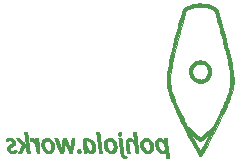
<source format=gbo>
G04 #@! TF.GenerationSoftware,KiCad,Pcbnew,(5.1.5-0-10_14)*
G04 #@! TF.CreationDate,2020-10-11T12:28:21+03:00*
G04 #@! TF.ProjectId,LogiMech,4c6f6769-4d65-4636-982e-6b696361645f,rev?*
G04 #@! TF.SameCoordinates,Original*
G04 #@! TF.FileFunction,Legend,Bot*
G04 #@! TF.FilePolarity,Positive*
%FSLAX46Y46*%
G04 Gerber Fmt 4.6, Leading zero omitted, Abs format (unit mm)*
G04 Created by KiCad (PCBNEW (5.1.5-0-10_14)) date 2020-10-11 12:28:21*
%MOMM*%
%LPD*%
G04 APERTURE LIST*
%ADD10C,0.010000*%
G04 APERTURE END LIST*
D10*
G36*
X131257235Y-102638487D02*
G01*
X131202381Y-102687896D01*
X131169127Y-102755485D01*
X131164000Y-102794598D01*
X131181362Y-102868894D01*
X131226414Y-102923191D01*
X131288610Y-102953043D01*
X131357401Y-102954006D01*
X131422239Y-102921633D01*
X131435478Y-102909011D01*
X131471938Y-102844332D01*
X131476784Y-102772068D01*
X131454348Y-102703352D01*
X131408962Y-102649318D01*
X131344959Y-102621100D01*
X131322750Y-102619333D01*
X131257235Y-102638487D01*
G37*
X131257235Y-102638487D02*
X131202381Y-102687896D01*
X131169127Y-102755485D01*
X131164000Y-102794598D01*
X131181362Y-102868894D01*
X131226414Y-102923191D01*
X131288610Y-102953043D01*
X131357401Y-102954006D01*
X131422239Y-102921633D01*
X131435478Y-102909011D01*
X131471938Y-102844332D01*
X131476784Y-102772068D01*
X131454348Y-102703352D01*
X131408962Y-102649318D01*
X131344959Y-102621100D01*
X131322750Y-102619333D01*
X131257235Y-102638487D01*
G36*
X123295232Y-102601826D02*
G01*
X123254673Y-102613201D01*
X123247797Y-102624625D01*
X123250410Y-102652352D01*
X123257674Y-102715876D01*
X123268840Y-102809005D01*
X123283158Y-102925550D01*
X123299881Y-103059320D01*
X123311167Y-103148500D01*
X123328921Y-103288234D01*
X123344760Y-103413074D01*
X123357947Y-103517195D01*
X123367744Y-103594768D01*
X123373414Y-103639967D01*
X123374537Y-103649227D01*
X123357562Y-103647494D01*
X123335674Y-103642340D01*
X123307706Y-103624329D01*
X123256453Y-103581444D01*
X123188086Y-103519215D01*
X123108778Y-103443172D01*
X123066160Y-103400905D01*
X122835639Y-103169667D01*
X122560361Y-103169667D01*
X122830709Y-103440615D01*
X123101056Y-103711564D01*
X122970255Y-103932740D01*
X122910979Y-104032826D01*
X122851753Y-104132580D01*
X122800236Y-104219117D01*
X122769620Y-104270333D01*
X122699786Y-104386750D01*
X122817898Y-104393185D01*
X122888130Y-104395012D01*
X122942745Y-104392847D01*
X122962854Y-104389319D01*
X122982618Y-104368358D01*
X123019263Y-104317437D01*
X123068347Y-104243166D01*
X123125431Y-104152157D01*
X123155593Y-104102426D01*
X123227195Y-103986871D01*
X123285722Y-103900373D01*
X123329124Y-103845761D01*
X123355348Y-103825867D01*
X123356047Y-103825833D01*
X123373372Y-103833617D01*
X123387222Y-103861519D01*
X123399571Y-103916358D01*
X123412395Y-104004959D01*
X123415787Y-104032208D01*
X123428113Y-104131370D01*
X123439996Y-104223780D01*
X123449593Y-104295221D01*
X123452856Y-104317958D01*
X123464744Y-104397333D01*
X123717055Y-104397333D01*
X123704423Y-104317958D01*
X123698973Y-104278603D01*
X123689489Y-104204616D01*
X123676638Y-104101558D01*
X123661083Y-103974993D01*
X123643490Y-103830481D01*
X123624525Y-103673585D01*
X123604852Y-103509866D01*
X123585136Y-103344885D01*
X123566042Y-103184205D01*
X123548235Y-103033387D01*
X123532381Y-102897994D01*
X123519145Y-102783586D01*
X123509191Y-102695725D01*
X123503184Y-102639974D01*
X123501667Y-102622342D01*
X123481358Y-102607459D01*
X123422974Y-102599414D01*
X123374667Y-102598167D01*
X123295232Y-102601826D01*
G37*
X123295232Y-102601826D02*
X123254673Y-102613201D01*
X123247797Y-102624625D01*
X123250410Y-102652352D01*
X123257674Y-102715876D01*
X123268840Y-102809005D01*
X123283158Y-102925550D01*
X123299881Y-103059320D01*
X123311167Y-103148500D01*
X123328921Y-103288234D01*
X123344760Y-103413074D01*
X123357947Y-103517195D01*
X123367744Y-103594768D01*
X123373414Y-103639967D01*
X123374537Y-103649227D01*
X123357562Y-103647494D01*
X123335674Y-103642340D01*
X123307706Y-103624329D01*
X123256453Y-103581444D01*
X123188086Y-103519215D01*
X123108778Y-103443172D01*
X123066160Y-103400905D01*
X122835639Y-103169667D01*
X122560361Y-103169667D01*
X122830709Y-103440615D01*
X123101056Y-103711564D01*
X122970255Y-103932740D01*
X122910979Y-104032826D01*
X122851753Y-104132580D01*
X122800236Y-104219117D01*
X122769620Y-104270333D01*
X122699786Y-104386750D01*
X122817898Y-104393185D01*
X122888130Y-104395012D01*
X122942745Y-104392847D01*
X122962854Y-104389319D01*
X122982618Y-104368358D01*
X123019263Y-104317437D01*
X123068347Y-104243166D01*
X123125431Y-104152157D01*
X123155593Y-104102426D01*
X123227195Y-103986871D01*
X123285722Y-103900373D01*
X123329124Y-103845761D01*
X123355348Y-103825867D01*
X123356047Y-103825833D01*
X123373372Y-103833617D01*
X123387222Y-103861519D01*
X123399571Y-103916358D01*
X123412395Y-104004959D01*
X123415787Y-104032208D01*
X123428113Y-104131370D01*
X123439996Y-104223780D01*
X123449593Y-104295221D01*
X123452856Y-104317958D01*
X123464744Y-104397333D01*
X123717055Y-104397333D01*
X123704423Y-104317958D01*
X123698973Y-104278603D01*
X123689489Y-104204616D01*
X123676638Y-104101558D01*
X123661083Y-103974993D01*
X123643490Y-103830481D01*
X123624525Y-103673585D01*
X123604852Y-103509866D01*
X123585136Y-103344885D01*
X123566042Y-103184205D01*
X123548235Y-103033387D01*
X123532381Y-102897994D01*
X123519145Y-102783586D01*
X123509191Y-102695725D01*
X123503184Y-102639974D01*
X123501667Y-102622342D01*
X123481358Y-102607459D01*
X123422974Y-102599414D01*
X123374667Y-102598167D01*
X123295232Y-102601826D01*
G36*
X123773078Y-103157192D02*
G01*
X123746690Y-103186029D01*
X123740175Y-103242648D01*
X123745227Y-103301069D01*
X123759720Y-103417063D01*
X123860146Y-103407413D01*
X123921005Y-103404312D01*
X123963986Y-103413992D01*
X124006328Y-103443155D01*
X124045605Y-103479507D01*
X124104532Y-103547824D01*
X124152255Y-103631491D01*
X124190885Y-103736711D01*
X124222533Y-103869683D01*
X124249309Y-104036611D01*
X124257755Y-104102831D01*
X124293399Y-104397333D01*
X124416116Y-104397333D01*
X124494768Y-104393333D01*
X124533954Y-104381026D01*
X124539453Y-104370875D01*
X124537252Y-104343655D01*
X124530729Y-104280036D01*
X124520505Y-104185660D01*
X124507203Y-104066172D01*
X124491445Y-103927214D01*
X124473851Y-103774431D01*
X124471721Y-103756082D01*
X124403369Y-103167748D01*
X124296476Y-103173999D01*
X124189584Y-103180250D01*
X124193514Y-103442000D01*
X124136209Y-103364042D01*
X124041006Y-103254536D01*
X123944992Y-103182736D01*
X123850870Y-103150500D01*
X123823081Y-103148824D01*
X123773078Y-103157192D01*
G37*
X123773078Y-103157192D02*
X123746690Y-103186029D01*
X123740175Y-103242648D01*
X123745227Y-103301069D01*
X123759720Y-103417063D01*
X123860146Y-103407413D01*
X123921005Y-103404312D01*
X123963986Y-103413992D01*
X124006328Y-103443155D01*
X124045605Y-103479507D01*
X124104532Y-103547824D01*
X124152255Y-103631491D01*
X124190885Y-103736711D01*
X124222533Y-103869683D01*
X124249309Y-104036611D01*
X124257755Y-104102831D01*
X124293399Y-104397333D01*
X124416116Y-104397333D01*
X124494768Y-104393333D01*
X124533954Y-104381026D01*
X124539453Y-104370875D01*
X124537252Y-104343655D01*
X124530729Y-104280036D01*
X124520505Y-104185660D01*
X124507203Y-104066172D01*
X124491445Y-103927214D01*
X124473851Y-103774431D01*
X124471721Y-103756082D01*
X124403369Y-103167748D01*
X124296476Y-103173999D01*
X124189584Y-103180250D01*
X124193514Y-103442000D01*
X124136209Y-103364042D01*
X124041006Y-103254536D01*
X123944992Y-103182736D01*
X123850870Y-103150500D01*
X123823081Y-103148824D01*
X123773078Y-103157192D01*
G36*
X127320030Y-103174155D02*
G01*
X127276506Y-103186566D01*
X127262569Y-103199098D01*
X127256304Y-103228345D01*
X127245447Y-103292668D01*
X127231062Y-103385186D01*
X127214214Y-103499021D01*
X127195968Y-103627293D01*
X127193056Y-103648225D01*
X127175122Y-103774160D01*
X127158732Y-103882964D01*
X127144848Y-103968762D01*
X127134430Y-104025675D01*
X127128439Y-104047825D01*
X127127800Y-104047419D01*
X127117841Y-104022624D01*
X127093937Y-103964790D01*
X127058579Y-103879891D01*
X127014256Y-103773899D01*
X126963459Y-103652788D01*
X126942782Y-103603583D01*
X126764801Y-103180250D01*
X126539084Y-103180250D01*
X126471995Y-103571833D01*
X126450446Y-103700827D01*
X126431522Y-103820219D01*
X126416437Y-103921846D01*
X126406408Y-103997543D01*
X126402683Y-104037500D01*
X126400297Y-104071235D01*
X126394025Y-104077594D01*
X126381044Y-104052748D01*
X126358531Y-103992871D01*
X126348050Y-103963417D01*
X126321500Y-103890179D01*
X126283890Y-103788862D01*
X126239488Y-103670847D01*
X126192561Y-103547517D01*
X126173463Y-103497750D01*
X126051287Y-103180250D01*
X125930060Y-103173902D01*
X125864867Y-103171800D01*
X125820860Y-103172893D01*
X125808834Y-103175859D01*
X125816710Y-103196700D01*
X125839016Y-103251770D01*
X125873771Y-103336277D01*
X125918992Y-103445429D01*
X125972698Y-103574434D01*
X126032905Y-103718498D01*
X126060960Y-103785457D01*
X126313085Y-104386750D01*
X126429475Y-104393041D01*
X126469194Y-104396430D01*
X126499223Y-104398345D01*
X126521786Y-104393757D01*
X126539104Y-104377637D01*
X126553401Y-104344956D01*
X126566899Y-104290684D01*
X126581822Y-104209792D01*
X126600392Y-104097250D01*
X126624034Y-103952833D01*
X126643758Y-103837307D01*
X126662341Y-103734509D01*
X126678222Y-103652646D01*
X126689837Y-103599923D01*
X126693804Y-103586415D01*
X126704449Y-103584754D01*
X126724712Y-103612543D01*
X126755792Y-103672143D01*
X126798886Y-103765920D01*
X126855194Y-103896237D01*
X126876286Y-103946248D01*
X126927976Y-104068339D01*
X126975192Y-104177920D01*
X127015144Y-104268667D01*
X127045037Y-104334254D01*
X127062080Y-104368353D01*
X127063729Y-104370875D01*
X127095980Y-104386695D01*
X127154824Y-104396087D01*
X127187923Y-104397333D01*
X127257863Y-104392023D01*
X127296247Y-104377301D01*
X127300612Y-104370875D01*
X127306720Y-104342631D01*
X127318591Y-104279490D01*
X127335078Y-104188153D01*
X127355031Y-104075321D01*
X127377300Y-103947695D01*
X127400736Y-103811974D01*
X127424191Y-103674861D01*
X127446513Y-103543056D01*
X127466555Y-103423260D01*
X127483167Y-103322173D01*
X127495200Y-103246496D01*
X127501504Y-103202930D01*
X127502167Y-103195746D01*
X127483712Y-103179268D01*
X127437776Y-103170309D01*
X127378501Y-103168671D01*
X127320030Y-103174155D01*
G37*
X127320030Y-103174155D02*
X127276506Y-103186566D01*
X127262569Y-103199098D01*
X127256304Y-103228345D01*
X127245447Y-103292668D01*
X127231062Y-103385186D01*
X127214214Y-103499021D01*
X127195968Y-103627293D01*
X127193056Y-103648225D01*
X127175122Y-103774160D01*
X127158732Y-103882964D01*
X127144848Y-103968762D01*
X127134430Y-104025675D01*
X127128439Y-104047825D01*
X127127800Y-104047419D01*
X127117841Y-104022624D01*
X127093937Y-103964790D01*
X127058579Y-103879891D01*
X127014256Y-103773899D01*
X126963459Y-103652788D01*
X126942782Y-103603583D01*
X126764801Y-103180250D01*
X126539084Y-103180250D01*
X126471995Y-103571833D01*
X126450446Y-103700827D01*
X126431522Y-103820219D01*
X126416437Y-103921846D01*
X126406408Y-103997543D01*
X126402683Y-104037500D01*
X126400297Y-104071235D01*
X126394025Y-104077594D01*
X126381044Y-104052748D01*
X126358531Y-103992871D01*
X126348050Y-103963417D01*
X126321500Y-103890179D01*
X126283890Y-103788862D01*
X126239488Y-103670847D01*
X126192561Y-103547517D01*
X126173463Y-103497750D01*
X126051287Y-103180250D01*
X125930060Y-103173902D01*
X125864867Y-103171800D01*
X125820860Y-103172893D01*
X125808834Y-103175859D01*
X125816710Y-103196700D01*
X125839016Y-103251770D01*
X125873771Y-103336277D01*
X125918992Y-103445429D01*
X125972698Y-103574434D01*
X126032905Y-103718498D01*
X126060960Y-103785457D01*
X126313085Y-104386750D01*
X126429475Y-104393041D01*
X126469194Y-104396430D01*
X126499223Y-104398345D01*
X126521786Y-104393757D01*
X126539104Y-104377637D01*
X126553401Y-104344956D01*
X126566899Y-104290684D01*
X126581822Y-104209792D01*
X126600392Y-104097250D01*
X126624034Y-103952833D01*
X126643758Y-103837307D01*
X126662341Y-103734509D01*
X126678222Y-103652646D01*
X126689837Y-103599923D01*
X126693804Y-103586415D01*
X126704449Y-103584754D01*
X126724712Y-103612543D01*
X126755792Y-103672143D01*
X126798886Y-103765920D01*
X126855194Y-103896237D01*
X126876286Y-103946248D01*
X126927976Y-104068339D01*
X126975192Y-104177920D01*
X127015144Y-104268667D01*
X127045037Y-104334254D01*
X127062080Y-104368353D01*
X127063729Y-104370875D01*
X127095980Y-104386695D01*
X127154824Y-104396087D01*
X127187923Y-104397333D01*
X127257863Y-104392023D01*
X127296247Y-104377301D01*
X127300612Y-104370875D01*
X127306720Y-104342631D01*
X127318591Y-104279490D01*
X127335078Y-104188153D01*
X127355031Y-104075321D01*
X127377300Y-103947695D01*
X127400736Y-103811974D01*
X127424191Y-103674861D01*
X127446513Y-103543056D01*
X127466555Y-103423260D01*
X127483167Y-103322173D01*
X127495200Y-103246496D01*
X127501504Y-103202930D01*
X127502167Y-103195746D01*
X127483712Y-103179268D01*
X127437776Y-103170309D01*
X127378501Y-103168671D01*
X127320030Y-103174155D01*
G36*
X129396908Y-102599182D02*
G01*
X129359758Y-102604659D01*
X129346994Y-102618240D01*
X129349647Y-102643567D01*
X129350160Y-102645791D01*
X129355026Y-102676710D01*
X129364254Y-102744914D01*
X129377247Y-102845649D01*
X129393409Y-102974156D01*
X129412144Y-103125681D01*
X129432855Y-103295468D01*
X129454947Y-103478759D01*
X129462914Y-103545375D01*
X129564586Y-104397333D01*
X129686960Y-104397333D01*
X129756558Y-104395552D01*
X129793595Y-104388079D01*
X129807768Y-104371720D01*
X129809334Y-104357019D01*
X129806860Y-104327764D01*
X129799887Y-104262125D01*
X129789088Y-104165738D01*
X129775138Y-104044235D01*
X129758708Y-103903249D01*
X129740472Y-103748414D01*
X129721104Y-103585364D01*
X129701277Y-103419732D01*
X129681664Y-103257152D01*
X129662939Y-103103256D01*
X129645775Y-102963679D01*
X129630845Y-102844053D01*
X129618822Y-102750013D01*
X129610380Y-102687191D01*
X129607336Y-102666958D01*
X129599287Y-102629028D01*
X129584226Y-102608469D01*
X129551331Y-102599961D01*
X129489779Y-102598183D01*
X129467413Y-102598167D01*
X129396908Y-102599182D01*
G37*
X129396908Y-102599182D02*
X129359758Y-102604659D01*
X129346994Y-102618240D01*
X129349647Y-102643567D01*
X129350160Y-102645791D01*
X129355026Y-102676710D01*
X129364254Y-102744914D01*
X129377247Y-102845649D01*
X129393409Y-102974156D01*
X129412144Y-103125681D01*
X129432855Y-103295468D01*
X129454947Y-103478759D01*
X129462914Y-103545375D01*
X129564586Y-104397333D01*
X129686960Y-104397333D01*
X129756558Y-104395552D01*
X129793595Y-104388079D01*
X129807768Y-104371720D01*
X129809334Y-104357019D01*
X129806860Y-104327764D01*
X129799887Y-104262125D01*
X129789088Y-104165738D01*
X129775138Y-104044235D01*
X129758708Y-103903249D01*
X129740472Y-103748414D01*
X129721104Y-103585364D01*
X129701277Y-103419732D01*
X129681664Y-103257152D01*
X129662939Y-103103256D01*
X129645775Y-102963679D01*
X129630845Y-102844053D01*
X129618822Y-102750013D01*
X129610380Y-102687191D01*
X129607336Y-102666958D01*
X129599287Y-102629028D01*
X129584226Y-102608469D01*
X129551331Y-102599961D01*
X129489779Y-102598183D01*
X129467413Y-102598167D01*
X129396908Y-102599182D01*
G36*
X132514357Y-102600592D02*
G01*
X132468952Y-102606892D01*
X132455586Y-102614042D01*
X132458127Y-102639393D01*
X132464893Y-102699447D01*
X132475036Y-102786879D01*
X132487709Y-102894362D01*
X132497818Y-102979167D01*
X132511768Y-103096673D01*
X132523756Y-103199545D01*
X132532940Y-103280401D01*
X132538477Y-103331854D01*
X132539733Y-103346484D01*
X132525881Y-103344741D01*
X132490480Y-103320148D01*
X132465162Y-103298989D01*
X132341181Y-103209585D01*
X132217054Y-103160323D01*
X132114854Y-103148500D01*
X132045914Y-103151950D01*
X131997630Y-103167835D01*
X131950404Y-103204456D01*
X131925475Y-103228711D01*
X131888190Y-103270009D01*
X131860219Y-103313429D01*
X131841085Y-103364570D01*
X131830310Y-103429027D01*
X131827415Y-103512399D01*
X131831922Y-103620281D01*
X131843354Y-103758272D01*
X131861232Y-103931967D01*
X131863572Y-103953498D01*
X131911983Y-104397333D01*
X132178942Y-104397333D01*
X132168529Y-104339125D01*
X132160176Y-104284488D01*
X132148959Y-104200079D01*
X132135876Y-104094689D01*
X132121930Y-103977108D01*
X132108119Y-103856124D01*
X132095444Y-103740528D01*
X132084906Y-103639109D01*
X132077504Y-103560658D01*
X132074239Y-103513963D01*
X132074167Y-103509913D01*
X132092568Y-103437540D01*
X132140974Y-103384235D01*
X132209191Y-103360526D01*
X132219158Y-103360167D01*
X132296966Y-103379877D01*
X132376306Y-103434259D01*
X132451994Y-103516184D01*
X132518847Y-103618526D01*
X132571682Y-103734159D01*
X132605315Y-103855955D01*
X132611722Y-103899917D01*
X132621192Y-103983449D01*
X132633675Y-104088526D01*
X132646738Y-104194711D01*
X132648932Y-104212125D01*
X132672372Y-104397333D01*
X132796603Y-104397333D01*
X132862753Y-104394299D01*
X132907816Y-104386428D01*
X132920834Y-104377709D01*
X132918397Y-104353084D01*
X132911524Y-104291942D01*
X132900875Y-104199793D01*
X132887105Y-104082146D01*
X132870875Y-103944510D01*
X132852841Y-103792394D01*
X132833662Y-103631308D01*
X132813996Y-103466760D01*
X132794500Y-103304260D01*
X132775834Y-103149316D01*
X132758654Y-103007439D01*
X132743619Y-102884137D01*
X132731387Y-102784920D01*
X132722616Y-102715297D01*
X132719027Y-102688125D01*
X132706573Y-102598167D01*
X132580870Y-102598167D01*
X132514357Y-102600592D01*
G37*
X132514357Y-102600592D02*
X132468952Y-102606892D01*
X132455586Y-102614042D01*
X132458127Y-102639393D01*
X132464893Y-102699447D01*
X132475036Y-102786879D01*
X132487709Y-102894362D01*
X132497818Y-102979167D01*
X132511768Y-103096673D01*
X132523756Y-103199545D01*
X132532940Y-103280401D01*
X132538477Y-103331854D01*
X132539733Y-103346484D01*
X132525881Y-103344741D01*
X132490480Y-103320148D01*
X132465162Y-103298989D01*
X132341181Y-103209585D01*
X132217054Y-103160323D01*
X132114854Y-103148500D01*
X132045914Y-103151950D01*
X131997630Y-103167835D01*
X131950404Y-103204456D01*
X131925475Y-103228711D01*
X131888190Y-103270009D01*
X131860219Y-103313429D01*
X131841085Y-103364570D01*
X131830310Y-103429027D01*
X131827415Y-103512399D01*
X131831922Y-103620281D01*
X131843354Y-103758272D01*
X131861232Y-103931967D01*
X131863572Y-103953498D01*
X131911983Y-104397333D01*
X132178942Y-104397333D01*
X132168529Y-104339125D01*
X132160176Y-104284488D01*
X132148959Y-104200079D01*
X132135876Y-104094689D01*
X132121930Y-103977108D01*
X132108119Y-103856124D01*
X132095444Y-103740528D01*
X132084906Y-103639109D01*
X132077504Y-103560658D01*
X132074239Y-103513963D01*
X132074167Y-103509913D01*
X132092568Y-103437540D01*
X132140974Y-103384235D01*
X132209191Y-103360526D01*
X132219158Y-103360167D01*
X132296966Y-103379877D01*
X132376306Y-103434259D01*
X132451994Y-103516184D01*
X132518847Y-103618526D01*
X132571682Y-103734159D01*
X132605315Y-103855955D01*
X132611722Y-103899917D01*
X132621192Y-103983449D01*
X132633675Y-104088526D01*
X132646738Y-104194711D01*
X132648932Y-104212125D01*
X132672372Y-104397333D01*
X132796603Y-104397333D01*
X132862753Y-104394299D01*
X132907816Y-104386428D01*
X132920834Y-104377709D01*
X132918397Y-104353084D01*
X132911524Y-104291942D01*
X132900875Y-104199793D01*
X132887105Y-104082146D01*
X132870875Y-103944510D01*
X132852841Y-103792394D01*
X132833662Y-103631308D01*
X132813996Y-103466760D01*
X132794500Y-103304260D01*
X132775834Y-103149316D01*
X132758654Y-103007439D01*
X132743619Y-102884137D01*
X132731387Y-102784920D01*
X132722616Y-102715297D01*
X132719027Y-102688125D01*
X132706573Y-102598167D01*
X132580870Y-102598167D01*
X132514357Y-102600592D01*
G36*
X121950407Y-103156114D02*
G01*
X121835652Y-103182344D01*
X121743078Y-103228326D01*
X121722266Y-103245018D01*
X121690667Y-103278168D01*
X121686216Y-103305900D01*
X121710218Y-103342102D01*
X121733835Y-103368301D01*
X121786336Y-103424951D01*
X121870575Y-103381975D01*
X121972494Y-103346082D01*
X122071169Y-103339939D01*
X122157971Y-103361782D01*
X122224270Y-103409851D01*
X122254732Y-103460410D01*
X122262095Y-103517382D01*
X122235954Y-103568597D01*
X122173445Y-103617251D01*
X122071708Y-103666539D01*
X122069112Y-103667612D01*
X121935405Y-103734288D01*
X121842092Y-103808065D01*
X121787608Y-103890417D01*
X121772567Y-103946988D01*
X121777195Y-104063256D01*
X121818163Y-104176392D01*
X121889928Y-104277108D01*
X121986946Y-104356115D01*
X122030402Y-104379024D01*
X122120196Y-104405048D01*
X122230697Y-104416294D01*
X122343698Y-104412520D01*
X122440992Y-104393484D01*
X122464349Y-104384782D01*
X122528124Y-104350571D01*
X122582581Y-104311044D01*
X122585347Y-104308505D01*
X122632413Y-104264289D01*
X122589349Y-104203811D01*
X122542888Y-104157402D01*
X122489898Y-104146620D01*
X122422227Y-104170696D01*
X122396220Y-104185587D01*
X122310548Y-104217915D01*
X122210234Y-104227140D01*
X122116585Y-104211947D01*
X122096510Y-104204087D01*
X122041385Y-104157990D01*
X122009288Y-104089481D01*
X122007122Y-104015290D01*
X122011761Y-103998670D01*
X122032946Y-103963825D01*
X122075405Y-103930636D01*
X122147083Y-103893571D01*
X122189775Y-103874672D01*
X122311999Y-103816734D01*
X122397805Y-103760636D01*
X122452282Y-103699898D01*
X122480523Y-103628042D01*
X122487615Y-103538587D01*
X122485771Y-103497853D01*
X122459688Y-103401272D01*
X122400613Y-103309157D01*
X122317512Y-103231594D01*
X122219352Y-103178672D01*
X122195204Y-103170939D01*
X122074528Y-103151644D01*
X121950407Y-103156114D01*
G37*
X121950407Y-103156114D02*
X121835652Y-103182344D01*
X121743078Y-103228326D01*
X121722266Y-103245018D01*
X121690667Y-103278168D01*
X121686216Y-103305900D01*
X121710218Y-103342102D01*
X121733835Y-103368301D01*
X121786336Y-103424951D01*
X121870575Y-103381975D01*
X121972494Y-103346082D01*
X122071169Y-103339939D01*
X122157971Y-103361782D01*
X122224270Y-103409851D01*
X122254732Y-103460410D01*
X122262095Y-103517382D01*
X122235954Y-103568597D01*
X122173445Y-103617251D01*
X122071708Y-103666539D01*
X122069112Y-103667612D01*
X121935405Y-103734288D01*
X121842092Y-103808065D01*
X121787608Y-103890417D01*
X121772567Y-103946988D01*
X121777195Y-104063256D01*
X121818163Y-104176392D01*
X121889928Y-104277108D01*
X121986946Y-104356115D01*
X122030402Y-104379024D01*
X122120196Y-104405048D01*
X122230697Y-104416294D01*
X122343698Y-104412520D01*
X122440992Y-104393484D01*
X122464349Y-104384782D01*
X122528124Y-104350571D01*
X122582581Y-104311044D01*
X122585347Y-104308505D01*
X122632413Y-104264289D01*
X122589349Y-104203811D01*
X122542888Y-104157402D01*
X122489898Y-104146620D01*
X122422227Y-104170696D01*
X122396220Y-104185587D01*
X122310548Y-104217915D01*
X122210234Y-104227140D01*
X122116585Y-104211947D01*
X122096510Y-104204087D01*
X122041385Y-104157990D01*
X122009288Y-104089481D01*
X122007122Y-104015290D01*
X122011761Y-103998670D01*
X122032946Y-103963825D01*
X122075405Y-103930636D01*
X122147083Y-103893571D01*
X122189775Y-103874672D01*
X122311999Y-103816734D01*
X122397805Y-103760636D01*
X122452282Y-103699898D01*
X122480523Y-103628042D01*
X122487615Y-103538587D01*
X122485771Y-103497853D01*
X122459688Y-103401272D01*
X122400613Y-103309157D01*
X122317512Y-103231594D01*
X122219352Y-103178672D01*
X122195204Y-103170939D01*
X122074528Y-103151644D01*
X121950407Y-103156114D01*
G36*
X125048555Y-103156909D02*
G01*
X124938197Y-103195712D01*
X124842084Y-103263790D01*
X124765632Y-103361433D01*
X124719558Y-103469884D01*
X124690775Y-103629664D01*
X124696337Y-103788162D01*
X124732779Y-103940027D01*
X124796640Y-104079905D01*
X124884455Y-104202441D01*
X124992762Y-104302284D01*
X125118097Y-104374078D01*
X125256996Y-104412472D01*
X125332584Y-104417465D01*
X125413793Y-104412430D01*
X125487546Y-104400142D01*
X125523084Y-104389128D01*
X125593091Y-104343438D01*
X125665372Y-104272354D01*
X125727403Y-104190148D01*
X125766415Y-104111842D01*
X125780160Y-104039393D01*
X125785573Y-103936664D01*
X125784502Y-103884243D01*
X125535157Y-103884243D01*
X125530887Y-103994590D01*
X125510233Y-104082984D01*
X125502963Y-104098977D01*
X125444774Y-104172651D01*
X125366104Y-104209664D01*
X125268252Y-104209652D01*
X125187431Y-104186812D01*
X125129404Y-104147573D01*
X125070294Y-104079169D01*
X125019299Y-103993500D01*
X124997040Y-103940517D01*
X124956770Y-103789301D01*
X124945529Y-103650677D01*
X124963069Y-103530664D01*
X125009142Y-103435280D01*
X125018247Y-103423767D01*
X125060915Y-103382216D01*
X125108019Y-103363862D01*
X125167925Y-103360167D01*
X125274032Y-103376471D01*
X125362190Y-103427397D01*
X125436915Y-103515960D01*
X125460197Y-103555427D01*
X125498758Y-103651268D01*
X125524096Y-103765338D01*
X125535157Y-103884243D01*
X125784502Y-103884243D01*
X125783742Y-103847099D01*
X125776164Y-103743312D01*
X125762238Y-103663862D01*
X125737688Y-103590804D01*
X125706412Y-103522638D01*
X125624369Y-103391875D01*
X125524062Y-103288650D01*
X125410909Y-103213251D01*
X125290329Y-103165968D01*
X125167738Y-103147091D01*
X125048555Y-103156909D01*
G37*
X125048555Y-103156909D02*
X124938197Y-103195712D01*
X124842084Y-103263790D01*
X124765632Y-103361433D01*
X124719558Y-103469884D01*
X124690775Y-103629664D01*
X124696337Y-103788162D01*
X124732779Y-103940027D01*
X124796640Y-104079905D01*
X124884455Y-104202441D01*
X124992762Y-104302284D01*
X125118097Y-104374078D01*
X125256996Y-104412472D01*
X125332584Y-104417465D01*
X125413793Y-104412430D01*
X125487546Y-104400142D01*
X125523084Y-104389128D01*
X125593091Y-104343438D01*
X125665372Y-104272354D01*
X125727403Y-104190148D01*
X125766415Y-104111842D01*
X125780160Y-104039393D01*
X125785573Y-103936664D01*
X125784502Y-103884243D01*
X125535157Y-103884243D01*
X125530887Y-103994590D01*
X125510233Y-104082984D01*
X125502963Y-104098977D01*
X125444774Y-104172651D01*
X125366104Y-104209664D01*
X125268252Y-104209652D01*
X125187431Y-104186812D01*
X125129404Y-104147573D01*
X125070294Y-104079169D01*
X125019299Y-103993500D01*
X124997040Y-103940517D01*
X124956770Y-103789301D01*
X124945529Y-103650677D01*
X124963069Y-103530664D01*
X125009142Y-103435280D01*
X125018247Y-103423767D01*
X125060915Y-103382216D01*
X125108019Y-103363862D01*
X125167925Y-103360167D01*
X125274032Y-103376471D01*
X125362190Y-103427397D01*
X125436915Y-103515960D01*
X125460197Y-103555427D01*
X125498758Y-103651268D01*
X125524096Y-103765338D01*
X125535157Y-103884243D01*
X125784502Y-103884243D01*
X125783742Y-103847099D01*
X125776164Y-103743312D01*
X125762238Y-103663862D01*
X125737688Y-103590804D01*
X125706412Y-103522638D01*
X125624369Y-103391875D01*
X125524062Y-103288650D01*
X125410909Y-103213251D01*
X125290329Y-103165968D01*
X125167738Y-103147091D01*
X125048555Y-103156909D01*
G36*
X127806360Y-104107523D02*
G01*
X127749699Y-104144256D01*
X127734554Y-104165335D01*
X127713708Y-104239063D01*
X127725402Y-104307860D01*
X127762027Y-104365424D01*
X127815973Y-104405447D01*
X127879632Y-104421626D01*
X127945395Y-104407655D01*
X127989000Y-104376167D01*
X128027281Y-104311239D01*
X128032300Y-104236842D01*
X128006271Y-104166609D01*
X127951406Y-104114172D01*
X127946002Y-104111239D01*
X127877425Y-104095077D01*
X127806360Y-104107523D01*
G37*
X127806360Y-104107523D02*
X127749699Y-104144256D01*
X127734554Y-104165335D01*
X127713708Y-104239063D01*
X127725402Y-104307860D01*
X127762027Y-104365424D01*
X127815973Y-104405447D01*
X127879632Y-104421626D01*
X127945395Y-104407655D01*
X127989000Y-104376167D01*
X128027281Y-104311239D01*
X128032300Y-104236842D01*
X128006271Y-104166609D01*
X127951406Y-104114172D01*
X127946002Y-104111239D01*
X127877425Y-104095077D01*
X127806360Y-104107523D01*
G36*
X128354481Y-103160139D02*
G01*
X128271714Y-103175434D01*
X128212044Y-103196014D01*
X128188710Y-103214222D01*
X128188256Y-103239062D01*
X128192416Y-103300363D01*
X128200658Y-103392569D01*
X128212446Y-103510120D01*
X128227249Y-103647461D01*
X128244532Y-103799032D01*
X128246354Y-103814569D01*
X128314864Y-104397333D01*
X128414251Y-104397333D01*
X128479027Y-104393112D01*
X128516692Y-104374595D01*
X128534390Y-104333004D01*
X128539266Y-104259558D01*
X128539334Y-104243625D01*
X128539334Y-104156880D01*
X128615691Y-104246087D01*
X128676182Y-104306458D01*
X128743385Y-104358815D01*
X128773598Y-104376897D01*
X128854276Y-104404174D01*
X128948656Y-104416489D01*
X129035974Y-104411966D01*
X129068500Y-104403551D01*
X129150446Y-104351716D01*
X129214259Y-104265359D01*
X129257048Y-104149454D01*
X129273100Y-104051732D01*
X129271249Y-103938743D01*
X129014946Y-103938743D01*
X129014202Y-104023450D01*
X129009057Y-104077553D01*
X128996339Y-104112760D01*
X128972878Y-104140783D01*
X128956195Y-104155701D01*
X128887750Y-104198110D01*
X128819946Y-104201354D01*
X128751633Y-104172090D01*
X128685477Y-104113524D01*
X128621234Y-104021357D01*
X128562839Y-103904273D01*
X128514222Y-103770957D01*
X128479317Y-103630091D01*
X128466169Y-103541686D01*
X128456799Y-103463976D01*
X128447300Y-103401224D01*
X128439739Y-103367061D01*
X128448330Y-103347124D01*
X128487225Y-103338816D01*
X128546217Y-103341485D01*
X128615098Y-103354480D01*
X128683660Y-103377149D01*
X128698066Y-103383547D01*
X128820876Y-103463622D01*
X128915448Y-103573365D01*
X128979730Y-103709183D01*
X129011671Y-103867483D01*
X129014946Y-103938743D01*
X129271249Y-103938743D01*
X129270064Y-103866508D01*
X129227870Y-103690238D01*
X129149511Y-103528487D01*
X129037980Y-103386819D01*
X128896273Y-103270799D01*
X128832859Y-103233377D01*
X128739141Y-103189423D01*
X128651686Y-103164845D01*
X128546455Y-103152899D01*
X128545879Y-103152862D01*
X128449489Y-103151993D01*
X128354481Y-103160139D01*
G37*
X128354481Y-103160139D02*
X128271714Y-103175434D01*
X128212044Y-103196014D01*
X128188710Y-103214222D01*
X128188256Y-103239062D01*
X128192416Y-103300363D01*
X128200658Y-103392569D01*
X128212446Y-103510120D01*
X128227249Y-103647461D01*
X128244532Y-103799032D01*
X128246354Y-103814569D01*
X128314864Y-104397333D01*
X128414251Y-104397333D01*
X128479027Y-104393112D01*
X128516692Y-104374595D01*
X128534390Y-104333004D01*
X128539266Y-104259558D01*
X128539334Y-104243625D01*
X128539334Y-104156880D01*
X128615691Y-104246087D01*
X128676182Y-104306458D01*
X128743385Y-104358815D01*
X128773598Y-104376897D01*
X128854276Y-104404174D01*
X128948656Y-104416489D01*
X129035974Y-104411966D01*
X129068500Y-104403551D01*
X129150446Y-104351716D01*
X129214259Y-104265359D01*
X129257048Y-104149454D01*
X129273100Y-104051732D01*
X129271249Y-103938743D01*
X129014946Y-103938743D01*
X129014202Y-104023450D01*
X129009057Y-104077553D01*
X128996339Y-104112760D01*
X128972878Y-104140783D01*
X128956195Y-104155701D01*
X128887750Y-104198110D01*
X128819946Y-104201354D01*
X128751633Y-104172090D01*
X128685477Y-104113524D01*
X128621234Y-104021357D01*
X128562839Y-103904273D01*
X128514222Y-103770957D01*
X128479317Y-103630091D01*
X128466169Y-103541686D01*
X128456799Y-103463976D01*
X128447300Y-103401224D01*
X128439739Y-103367061D01*
X128448330Y-103347124D01*
X128487225Y-103338816D01*
X128546217Y-103341485D01*
X128615098Y-103354480D01*
X128683660Y-103377149D01*
X128698066Y-103383547D01*
X128820876Y-103463622D01*
X128915448Y-103573365D01*
X128979730Y-103709183D01*
X129011671Y-103867483D01*
X129014946Y-103938743D01*
X129271249Y-103938743D01*
X129270064Y-103866508D01*
X129227870Y-103690238D01*
X129149511Y-103528487D01*
X129037980Y-103386819D01*
X128896273Y-103270799D01*
X128832859Y-103233377D01*
X128739141Y-103189423D01*
X128651686Y-103164845D01*
X128546455Y-103152899D01*
X128545879Y-103152862D01*
X128449489Y-103151993D01*
X128354481Y-103160139D01*
G36*
X130359631Y-103156570D02*
G01*
X130239061Y-103191539D01*
X130133263Y-103256999D01*
X130049043Y-103352484D01*
X130028878Y-103387152D01*
X129983670Y-103516522D01*
X129969855Y-103662664D01*
X129985368Y-103816411D01*
X130028146Y-103968596D01*
X130096126Y-104110053D01*
X130187244Y-104231615D01*
X130227836Y-104270975D01*
X130346552Y-104351263D01*
X130480235Y-104400991D01*
X130618811Y-104418320D01*
X130752202Y-104401407D01*
X130816178Y-104378467D01*
X130906775Y-104316352D01*
X130984564Y-104222885D01*
X131041749Y-104108747D01*
X131061227Y-104042678D01*
X131070181Y-103945526D01*
X130820797Y-103945526D01*
X130800869Y-104052429D01*
X130758642Y-104135531D01*
X130696648Y-104191261D01*
X130617421Y-104216045D01*
X130523492Y-104206312D01*
X130433750Y-104168101D01*
X130380116Y-104120321D01*
X130325220Y-104040121D01*
X130306750Y-104005530D01*
X130272531Y-103929653D01*
X130251979Y-103859581D01*
X130241110Y-103777813D01*
X130236935Y-103698833D01*
X130239622Y-103569982D01*
X130259472Y-103475928D01*
X130298607Y-103411898D01*
X130359146Y-103373119D01*
X130385319Y-103364750D01*
X130490863Y-103356622D01*
X130586744Y-103388308D01*
X130670521Y-103457910D01*
X130739754Y-103563530D01*
X130783628Y-103674604D01*
X130815894Y-103818394D01*
X130820797Y-103945526D01*
X131070181Y-103945526D01*
X131074855Y-103894827D01*
X131055983Y-103736430D01*
X131008061Y-103579299D01*
X130934535Y-103435250D01*
X130853497Y-103330881D01*
X130741904Y-103239246D01*
X130617858Y-103179959D01*
X130488165Y-103152555D01*
X130359631Y-103156570D01*
G37*
X130359631Y-103156570D02*
X130239061Y-103191539D01*
X130133263Y-103256999D01*
X130049043Y-103352484D01*
X130028878Y-103387152D01*
X129983670Y-103516522D01*
X129969855Y-103662664D01*
X129985368Y-103816411D01*
X130028146Y-103968596D01*
X130096126Y-104110053D01*
X130187244Y-104231615D01*
X130227836Y-104270975D01*
X130346552Y-104351263D01*
X130480235Y-104400991D01*
X130618811Y-104418320D01*
X130752202Y-104401407D01*
X130816178Y-104378467D01*
X130906775Y-104316352D01*
X130984564Y-104222885D01*
X131041749Y-104108747D01*
X131061227Y-104042678D01*
X131070181Y-103945526D01*
X130820797Y-103945526D01*
X130800869Y-104052429D01*
X130758642Y-104135531D01*
X130696648Y-104191261D01*
X130617421Y-104216045D01*
X130523492Y-104206312D01*
X130433750Y-104168101D01*
X130380116Y-104120321D01*
X130325220Y-104040121D01*
X130306750Y-104005530D01*
X130272531Y-103929653D01*
X130251979Y-103859581D01*
X130241110Y-103777813D01*
X130236935Y-103698833D01*
X130239622Y-103569982D01*
X130259472Y-103475928D01*
X130298607Y-103411898D01*
X130359146Y-103373119D01*
X130385319Y-103364750D01*
X130490863Y-103356622D01*
X130586744Y-103388308D01*
X130670521Y-103457910D01*
X130739754Y-103563530D01*
X130783628Y-103674604D01*
X130815894Y-103818394D01*
X130820797Y-103945526D01*
X131070181Y-103945526D01*
X131074855Y-103894827D01*
X131055983Y-103736430D01*
X131008061Y-103579299D01*
X130934535Y-103435250D01*
X130853497Y-103330881D01*
X130741904Y-103239246D01*
X130617858Y-103179959D01*
X130488165Y-103152555D01*
X130359631Y-103156570D01*
G36*
X133381866Y-103170598D02*
G01*
X133272994Y-103221279D01*
X133186068Y-103303101D01*
X133122467Y-103410204D01*
X133083570Y-103536729D01*
X133070757Y-103676816D01*
X133085405Y-103824605D01*
X133128893Y-103974235D01*
X133171206Y-104065850D01*
X133230758Y-104154644D01*
X133310203Y-104242483D01*
X133398433Y-104319206D01*
X133484340Y-104374649D01*
X133528915Y-104393109D01*
X133624111Y-104411492D01*
X133730675Y-104416627D01*
X133831090Y-104408699D01*
X133905084Y-104389128D01*
X133979514Y-104340282D01*
X134053291Y-104265106D01*
X134114334Y-104178033D01*
X134149673Y-104096908D01*
X134160686Y-104029530D01*
X134166372Y-103938091D01*
X134165687Y-103844236D01*
X133911144Y-103844236D01*
X133910415Y-103979940D01*
X133889491Y-104081493D01*
X133847014Y-104152658D01*
X133784168Y-104196110D01*
X133731608Y-104218082D01*
X133697164Y-104225013D01*
X133659771Y-104217892D01*
X133617201Y-104203953D01*
X133518106Y-104149205D01*
X133436220Y-104059691D01*
X133374659Y-103940563D01*
X133336538Y-103796973D01*
X133327828Y-103725347D01*
X133328723Y-103619058D01*
X133346386Y-103520159D01*
X133377660Y-103439367D01*
X133419385Y-103387397D01*
X133429285Y-103381092D01*
X133499404Y-103362154D01*
X133586928Y-103363301D01*
X133672837Y-103383041D01*
X133716356Y-103403595D01*
X133789716Y-103471757D01*
X133848944Y-103573020D01*
X133890563Y-103699511D01*
X133911093Y-103843360D01*
X133911144Y-103844236D01*
X134165687Y-103844236D01*
X134165660Y-103840651D01*
X134165295Y-103833146D01*
X134139364Y-103662230D01*
X134083005Y-103509932D01*
X134000379Y-103379772D01*
X133895647Y-103275268D01*
X133772970Y-103199940D01*
X133636510Y-103157307D01*
X133490427Y-103150888D01*
X133381866Y-103170598D01*
G37*
X133381866Y-103170598D02*
X133272994Y-103221279D01*
X133186068Y-103303101D01*
X133122467Y-103410204D01*
X133083570Y-103536729D01*
X133070757Y-103676816D01*
X133085405Y-103824605D01*
X133128893Y-103974235D01*
X133171206Y-104065850D01*
X133230758Y-104154644D01*
X133310203Y-104242483D01*
X133398433Y-104319206D01*
X133484340Y-104374649D01*
X133528915Y-104393109D01*
X133624111Y-104411492D01*
X133730675Y-104416627D01*
X133831090Y-104408699D01*
X133905084Y-104389128D01*
X133979514Y-104340282D01*
X134053291Y-104265106D01*
X134114334Y-104178033D01*
X134149673Y-104096908D01*
X134160686Y-104029530D01*
X134166372Y-103938091D01*
X134165687Y-103844236D01*
X133911144Y-103844236D01*
X133910415Y-103979940D01*
X133889491Y-104081493D01*
X133847014Y-104152658D01*
X133784168Y-104196110D01*
X133731608Y-104218082D01*
X133697164Y-104225013D01*
X133659771Y-104217892D01*
X133617201Y-104203953D01*
X133518106Y-104149205D01*
X133436220Y-104059691D01*
X133374659Y-103940563D01*
X133336538Y-103796973D01*
X133327828Y-103725347D01*
X133328723Y-103619058D01*
X133346386Y-103520159D01*
X133377660Y-103439367D01*
X133419385Y-103387397D01*
X133429285Y-103381092D01*
X133499404Y-103362154D01*
X133586928Y-103363301D01*
X133672837Y-103383041D01*
X133716356Y-103403595D01*
X133789716Y-103471757D01*
X133848944Y-103573020D01*
X133890563Y-103699511D01*
X133911093Y-103843360D01*
X133911144Y-103844236D01*
X134165687Y-103844236D01*
X134165660Y-103840651D01*
X134165295Y-103833146D01*
X134139364Y-103662230D01*
X134083005Y-103509932D01*
X134000379Y-103379772D01*
X133895647Y-103275268D01*
X133772970Y-103199940D01*
X133636510Y-103157307D01*
X133490427Y-103150888D01*
X133381866Y-103170598D01*
G36*
X134584458Y-103156579D02*
G01*
X134488589Y-103196686D01*
X134409150Y-103270499D01*
X134374937Y-103324803D01*
X134335033Y-103442787D01*
X134321321Y-103584163D01*
X134333012Y-103739705D01*
X134369315Y-103900186D01*
X134429439Y-104056381D01*
X134439346Y-104076652D01*
X134499278Y-104170568D01*
X134579178Y-104261244D01*
X134667745Y-104337881D01*
X134753676Y-104389678D01*
X134776021Y-104398358D01*
X134866516Y-104414785D01*
X134968347Y-104412989D01*
X135064613Y-104394766D01*
X135138413Y-104361910D01*
X135141735Y-104359529D01*
X135202325Y-104314733D01*
X135227443Y-104530658D01*
X135240865Y-104646030D01*
X135252055Y-104725953D01*
X135264606Y-104776910D01*
X135282111Y-104805383D01*
X135308162Y-104817853D01*
X135346353Y-104820804D01*
X135388177Y-104820667D01*
X135454535Y-104819050D01*
X135488908Y-104811354D01*
X135501608Y-104793306D01*
X135503124Y-104773042D01*
X135500635Y-104742170D01*
X135493663Y-104675264D01*
X135482919Y-104578299D01*
X135469117Y-104457254D01*
X135452968Y-104318106D01*
X135435184Y-104166834D01*
X135420547Y-104043649D01*
X135168476Y-104043649D01*
X135168128Y-104105948D01*
X135151439Y-104146912D01*
X135114933Y-104176517D01*
X135069259Y-104198665D01*
X134985279Y-104223759D01*
X134907821Y-104217459D01*
X134823815Y-104180375D01*
X134773146Y-104145026D01*
X134730026Y-104096411D01*
X134685950Y-104023819D01*
X134660871Y-103975134D01*
X134620774Y-103890419D01*
X134597234Y-103824262D01*
X134585929Y-103758394D01*
X134582538Y-103674546D01*
X134582417Y-103643521D01*
X134583764Y-103554462D01*
X134589546Y-103496052D01*
X134602376Y-103456645D01*
X134624868Y-103424597D01*
X134633732Y-103414845D01*
X134701462Y-103369489D01*
X134779259Y-103362527D01*
X134861729Y-103392943D01*
X134943481Y-103459721D01*
X134958054Y-103475932D01*
X135014402Y-103558649D01*
X135069105Y-103668843D01*
X135116059Y-103791891D01*
X135149161Y-103913173D01*
X135155962Y-103950044D01*
X135168476Y-104043649D01*
X135420547Y-104043649D01*
X135416478Y-104009414D01*
X135397562Y-103851824D01*
X135379148Y-103700042D01*
X135361949Y-103560046D01*
X135346677Y-103437813D01*
X135334044Y-103339321D01*
X135324762Y-103270547D01*
X135321409Y-103247965D01*
X135308582Y-103167514D01*
X135111584Y-103180250D01*
X135105184Y-103303680D01*
X135098785Y-103427110D01*
X135014988Y-103331911D01*
X134912022Y-103237844D01*
X134802037Y-103177223D01*
X134690895Y-103150113D01*
X134584458Y-103156579D01*
G37*
X134584458Y-103156579D02*
X134488589Y-103196686D01*
X134409150Y-103270499D01*
X134374937Y-103324803D01*
X134335033Y-103442787D01*
X134321321Y-103584163D01*
X134333012Y-103739705D01*
X134369315Y-103900186D01*
X134429439Y-104056381D01*
X134439346Y-104076652D01*
X134499278Y-104170568D01*
X134579178Y-104261244D01*
X134667745Y-104337881D01*
X134753676Y-104389678D01*
X134776021Y-104398358D01*
X134866516Y-104414785D01*
X134968347Y-104412989D01*
X135064613Y-104394766D01*
X135138413Y-104361910D01*
X135141735Y-104359529D01*
X135202325Y-104314733D01*
X135227443Y-104530658D01*
X135240865Y-104646030D01*
X135252055Y-104725953D01*
X135264606Y-104776910D01*
X135282111Y-104805383D01*
X135308162Y-104817853D01*
X135346353Y-104820804D01*
X135388177Y-104820667D01*
X135454535Y-104819050D01*
X135488908Y-104811354D01*
X135501608Y-104793306D01*
X135503124Y-104773042D01*
X135500635Y-104742170D01*
X135493663Y-104675264D01*
X135482919Y-104578299D01*
X135469117Y-104457254D01*
X135452968Y-104318106D01*
X135435184Y-104166834D01*
X135420547Y-104043649D01*
X135168476Y-104043649D01*
X135168128Y-104105948D01*
X135151439Y-104146912D01*
X135114933Y-104176517D01*
X135069259Y-104198665D01*
X134985279Y-104223759D01*
X134907821Y-104217459D01*
X134823815Y-104180375D01*
X134773146Y-104145026D01*
X134730026Y-104096411D01*
X134685950Y-104023819D01*
X134660871Y-103975134D01*
X134620774Y-103890419D01*
X134597234Y-103824262D01*
X134585929Y-103758394D01*
X134582538Y-103674546D01*
X134582417Y-103643521D01*
X134583764Y-103554462D01*
X134589546Y-103496052D01*
X134602376Y-103456645D01*
X134624868Y-103424597D01*
X134633732Y-103414845D01*
X134701462Y-103369489D01*
X134779259Y-103362527D01*
X134861729Y-103392943D01*
X134943481Y-103459721D01*
X134958054Y-103475932D01*
X135014402Y-103558649D01*
X135069105Y-103668843D01*
X135116059Y-103791891D01*
X135149161Y-103913173D01*
X135155962Y-103950044D01*
X135168476Y-104043649D01*
X135420547Y-104043649D01*
X135416478Y-104009414D01*
X135397562Y-103851824D01*
X135379148Y-103700042D01*
X135361949Y-103560046D01*
X135346677Y-103437813D01*
X135334044Y-103339321D01*
X135324762Y-103270547D01*
X135321409Y-103247965D01*
X135308582Y-103167514D01*
X135111584Y-103180250D01*
X135105184Y-103303680D01*
X135098785Y-103427110D01*
X135014988Y-103331911D01*
X134912022Y-103237844D01*
X134802037Y-103177223D01*
X134690895Y-103150113D01*
X134584458Y-103156579D01*
G36*
X131287582Y-103170468D02*
G01*
X131241712Y-103172550D01*
X131227878Y-103174958D01*
X131234785Y-103251472D01*
X131246334Y-103356355D01*
X131261653Y-103483364D01*
X131279867Y-103626260D01*
X131300105Y-103778801D01*
X131321492Y-103934746D01*
X131343156Y-104087856D01*
X131364224Y-104231888D01*
X131383822Y-104360602D01*
X131401077Y-104467758D01*
X131415116Y-104547114D01*
X131425067Y-104592429D01*
X131426985Y-104598128D01*
X131493180Y-104712497D01*
X131581026Y-104790834D01*
X131623696Y-104812811D01*
X131688006Y-104830887D01*
X131765273Y-104840095D01*
X131838684Y-104839662D01*
X131891422Y-104828816D01*
X131897903Y-104825398D01*
X131912923Y-104791235D01*
X131907725Y-104736283D01*
X131893332Y-104688611D01*
X131866544Y-104662995D01*
X131813451Y-104647324D01*
X131803153Y-104645240D01*
X131721369Y-104615198D01*
X131680227Y-104576624D01*
X131667028Y-104540618D01*
X131651145Y-104468179D01*
X131632384Y-104358098D01*
X131610550Y-104209160D01*
X131585452Y-104020156D01*
X131564565Y-103852986D01*
X131544553Y-103689356D01*
X131526274Y-103539773D01*
X131510342Y-103409259D01*
X131497368Y-103302837D01*
X131487965Y-103225530D01*
X131482746Y-103182362D01*
X131481878Y-103174958D01*
X131462429Y-103172166D01*
X131412263Y-103170248D01*
X131354500Y-103169667D01*
X131287582Y-103170468D01*
G37*
X131287582Y-103170468D02*
X131241712Y-103172550D01*
X131227878Y-103174958D01*
X131234785Y-103251472D01*
X131246334Y-103356355D01*
X131261653Y-103483364D01*
X131279867Y-103626260D01*
X131300105Y-103778801D01*
X131321492Y-103934746D01*
X131343156Y-104087856D01*
X131364224Y-104231888D01*
X131383822Y-104360602D01*
X131401077Y-104467758D01*
X131415116Y-104547114D01*
X131425067Y-104592429D01*
X131426985Y-104598128D01*
X131493180Y-104712497D01*
X131581026Y-104790834D01*
X131623696Y-104812811D01*
X131688006Y-104830887D01*
X131765273Y-104840095D01*
X131838684Y-104839662D01*
X131891422Y-104828816D01*
X131897903Y-104825398D01*
X131912923Y-104791235D01*
X131907725Y-104736283D01*
X131893332Y-104688611D01*
X131866544Y-104662995D01*
X131813451Y-104647324D01*
X131803153Y-104645240D01*
X131721369Y-104615198D01*
X131680227Y-104576624D01*
X131667028Y-104540618D01*
X131651145Y-104468179D01*
X131632384Y-104358098D01*
X131610550Y-104209160D01*
X131585452Y-104020156D01*
X131564565Y-103852986D01*
X131544553Y-103689356D01*
X131526274Y-103539773D01*
X131510342Y-103409259D01*
X131497368Y-103302837D01*
X131487965Y-103225530D01*
X131482746Y-103182362D01*
X131481878Y-103174958D01*
X131462429Y-103172166D01*
X131412263Y-103170248D01*
X131354500Y-103169667D01*
X131287582Y-103170468D01*
G36*
X137970002Y-96589158D02*
G01*
X137793890Y-96640631D01*
X137628358Y-96727358D01*
X137491776Y-96837281D01*
X137365103Y-96984733D01*
X137276988Y-97145063D01*
X137225885Y-97322284D01*
X137210246Y-97520409D01*
X137211321Y-97565000D01*
X137217623Y-97670720D01*
X137228903Y-97750368D01*
X137248707Y-97820181D01*
X137280585Y-97896395D01*
X137286512Y-97909138D01*
X137385638Y-98073167D01*
X137515931Y-98215256D01*
X137670572Y-98330205D01*
X137842740Y-98412811D01*
X138001250Y-98454286D01*
X138087968Y-98467029D01*
X138153752Y-98471457D01*
X138218654Y-98467497D01*
X138302724Y-98455077D01*
X138314199Y-98453159D01*
X138486703Y-98403658D01*
X138650684Y-98317583D01*
X138798608Y-98200680D01*
X138922944Y-98058695D01*
X139001423Y-97928787D01*
X139039251Y-97848296D01*
X139063150Y-97782576D01*
X139076884Y-97715748D01*
X139084217Y-97631932D01*
X139087093Y-97567374D01*
X139085845Y-97510223D01*
X138823890Y-97510223D01*
X138805468Y-97663386D01*
X138754684Y-97808554D01*
X138674332Y-97939515D01*
X138567210Y-98050058D01*
X138436114Y-98133972D01*
X138314147Y-98178190D01*
X138208466Y-98191358D01*
X138084854Y-98186650D01*
X137962873Y-98165843D01*
X137879511Y-98138754D01*
X137743918Y-98058784D01*
X137632795Y-97949533D01*
X137548980Y-97818111D01*
X137495309Y-97671627D01*
X137474620Y-97517188D01*
X137489749Y-97361903D01*
X137525350Y-97251377D01*
X137589533Y-97142568D01*
X137681510Y-97038818D01*
X137789553Y-96950737D01*
X137901933Y-96888941D01*
X137941132Y-96875189D01*
X138080297Y-96850415D01*
X138226435Y-96851207D01*
X138363457Y-96876589D01*
X138439292Y-96905459D01*
X138539856Y-96968614D01*
X138637574Y-97054341D01*
X138718097Y-97148928D01*
X138752456Y-97204751D01*
X138807151Y-97355274D01*
X138823890Y-97510223D01*
X139085845Y-97510223D01*
X139083234Y-97390684D01*
X139055024Y-97238102D01*
X138999147Y-97097000D01*
X138934962Y-96987895D01*
X138813080Y-96840129D01*
X138668147Y-96724107D01*
X138505767Y-96640414D01*
X138331546Y-96589635D01*
X138151090Y-96572354D01*
X137970002Y-96589158D01*
G37*
X137970002Y-96589158D02*
X137793890Y-96640631D01*
X137628358Y-96727358D01*
X137491776Y-96837281D01*
X137365103Y-96984733D01*
X137276988Y-97145063D01*
X137225885Y-97322284D01*
X137210246Y-97520409D01*
X137211321Y-97565000D01*
X137217623Y-97670720D01*
X137228903Y-97750368D01*
X137248707Y-97820181D01*
X137280585Y-97896395D01*
X137286512Y-97909138D01*
X137385638Y-98073167D01*
X137515931Y-98215256D01*
X137670572Y-98330205D01*
X137842740Y-98412811D01*
X138001250Y-98454286D01*
X138087968Y-98467029D01*
X138153752Y-98471457D01*
X138218654Y-98467497D01*
X138302724Y-98455077D01*
X138314199Y-98453159D01*
X138486703Y-98403658D01*
X138650684Y-98317583D01*
X138798608Y-98200680D01*
X138922944Y-98058695D01*
X139001423Y-97928787D01*
X139039251Y-97848296D01*
X139063150Y-97782576D01*
X139076884Y-97715748D01*
X139084217Y-97631932D01*
X139087093Y-97567374D01*
X139085845Y-97510223D01*
X138823890Y-97510223D01*
X138805468Y-97663386D01*
X138754684Y-97808554D01*
X138674332Y-97939515D01*
X138567210Y-98050058D01*
X138436114Y-98133972D01*
X138314147Y-98178190D01*
X138208466Y-98191358D01*
X138084854Y-98186650D01*
X137962873Y-98165843D01*
X137879511Y-98138754D01*
X137743918Y-98058784D01*
X137632795Y-97949533D01*
X137548980Y-97818111D01*
X137495309Y-97671627D01*
X137474620Y-97517188D01*
X137489749Y-97361903D01*
X137525350Y-97251377D01*
X137589533Y-97142568D01*
X137681510Y-97038818D01*
X137789553Y-96950737D01*
X137901933Y-96888941D01*
X137941132Y-96875189D01*
X138080297Y-96850415D01*
X138226435Y-96851207D01*
X138363457Y-96876589D01*
X138439292Y-96905459D01*
X138539856Y-96968614D01*
X138637574Y-97054341D01*
X138718097Y-97148928D01*
X138752456Y-97204751D01*
X138807151Y-97355274D01*
X138823890Y-97510223D01*
X139085845Y-97510223D01*
X139083234Y-97390684D01*
X139055024Y-97238102D01*
X138999147Y-97097000D01*
X138934962Y-96987895D01*
X138813080Y-96840129D01*
X138668147Y-96724107D01*
X138505767Y-96640414D01*
X138331546Y-96589635D01*
X138151090Y-96572354D01*
X137970002Y-96589158D01*
G36*
X137798578Y-91764533D02*
G01*
X137496691Y-91825216D01*
X137339122Y-91873937D01*
X137192852Y-91930821D01*
X137047497Y-91997506D01*
X136914209Y-92068251D01*
X136804140Y-92137314D01*
X136754736Y-92174838D01*
X136738327Y-92188261D01*
X136723905Y-92200722D01*
X136710553Y-92215113D01*
X136697358Y-92234323D01*
X136683403Y-92261242D01*
X136667774Y-92298760D01*
X136649554Y-92349768D01*
X136627828Y-92417155D01*
X136601682Y-92503812D01*
X136570199Y-92612629D01*
X136532465Y-92746495D01*
X136487563Y-92908301D01*
X136434579Y-93100937D01*
X136372597Y-93327293D01*
X136300702Y-93590259D01*
X136264528Y-93722565D01*
X136109233Y-94298082D01*
X135967620Y-94838792D01*
X135839818Y-95344124D01*
X135725956Y-95813509D01*
X135626164Y-96246378D01*
X135540570Y-96642160D01*
X135469305Y-97000285D01*
X135412497Y-97320185D01*
X135370276Y-97601288D01*
X135353859Y-97734333D01*
X135331151Y-98003102D01*
X135325652Y-98262793D01*
X135338376Y-98519356D01*
X135370340Y-98778739D01*
X135422559Y-99046891D01*
X135496049Y-99329760D01*
X135591825Y-99633296D01*
X135710902Y-99963448D01*
X135753143Y-100073250D01*
X135811621Y-100216278D01*
X135888230Y-100392555D01*
X135980982Y-100598081D01*
X136087888Y-100828859D01*
X136206959Y-101080890D01*
X136336207Y-101350175D01*
X136473642Y-101632717D01*
X136617278Y-101924517D01*
X136765124Y-102221577D01*
X136915192Y-102519898D01*
X137065493Y-102815482D01*
X137214039Y-103104331D01*
X137358841Y-103382447D01*
X137497911Y-103645830D01*
X137629259Y-103890483D01*
X137750898Y-104112407D01*
X137848153Y-104285416D01*
X137920248Y-104411125D01*
X137975525Y-104504644D01*
X138017847Y-104570723D01*
X138051076Y-104614110D01*
X138079074Y-104639554D01*
X138105704Y-104651805D01*
X138134828Y-104655610D01*
X138149417Y-104655833D01*
X138208882Y-104644296D01*
X138249292Y-104618791D01*
X138284741Y-104570049D01*
X138337194Y-104486338D01*
X138405049Y-104370716D01*
X138486703Y-104226238D01*
X138580552Y-104055962D01*
X138684993Y-103862943D01*
X138798424Y-103650238D01*
X138919241Y-103420904D01*
X139045841Y-103177996D01*
X139176621Y-102924572D01*
X139245981Y-102788882D01*
X138944721Y-102788882D01*
X138872158Y-102923316D01*
X138838529Y-102986020D01*
X138789901Y-103077224D01*
X138731029Y-103187984D01*
X138666667Y-103309357D01*
X138609400Y-103417583D01*
X138537935Y-103552206D01*
X138461749Y-103694728D01*
X138387452Y-103832852D01*
X138321651Y-103954282D01*
X138284621Y-104021969D01*
X138150038Y-104266521D01*
X137968445Y-103937302D01*
X137891613Y-103796722D01*
X137804559Y-103635362D01*
X137716339Y-103470127D01*
X137636011Y-103317926D01*
X137610683Y-103269416D01*
X137550709Y-103154730D01*
X137494373Y-103048114D01*
X137445813Y-102957319D01*
X137409172Y-102890096D01*
X137391048Y-102858210D01*
X137371692Y-102824086D01*
X137365578Y-102806221D01*
X137375954Y-102806734D01*
X137406069Y-102827742D01*
X137459169Y-102871364D01*
X137538503Y-102939718D01*
X137604716Y-102997574D01*
X137745106Y-103119779D01*
X137858060Y-103216087D01*
X137947289Y-103289274D01*
X138016501Y-103342114D01*
X138069407Y-103377385D01*
X138109715Y-103397861D01*
X138141134Y-103406320D01*
X138151773Y-103406960D01*
X138182010Y-103400602D01*
X138223577Y-103379475D01*
X138280892Y-103340446D01*
X138358374Y-103280388D01*
X138460442Y-103196167D01*
X138517786Y-103147669D01*
X138618171Y-103062416D01*
X138711442Y-102983412D01*
X138791225Y-102916038D01*
X138851150Y-102865677D01*
X138883688Y-102838649D01*
X138944721Y-102788882D01*
X139245981Y-102788882D01*
X139309978Y-102663687D01*
X139444309Y-102398398D01*
X139578011Y-102131761D01*
X139709480Y-101866833D01*
X139837114Y-101606671D01*
X139934742Y-101405354D01*
X140057022Y-101151213D01*
X140162552Y-100930362D01*
X140253348Y-100738141D01*
X140331428Y-100569895D01*
X140398810Y-100420966D01*
X140457511Y-100286697D01*
X140509548Y-100162431D01*
X140556938Y-100043510D01*
X140601700Y-99925278D01*
X140645849Y-99803078D01*
X140691405Y-99672251D01*
X140713493Y-99607583D01*
X140815190Y-99284031D01*
X140890937Y-98984204D01*
X140941829Y-98699259D01*
X140968957Y-98420350D01*
X140972210Y-98214763D01*
X140710856Y-98214763D01*
X140707665Y-98362862D01*
X140701135Y-98450099D01*
X140678729Y-98635056D01*
X140646723Y-98824057D01*
X140604088Y-99019817D01*
X140549790Y-99225055D01*
X140482798Y-99442488D01*
X140402082Y-99674833D01*
X140306608Y-99924807D01*
X140195345Y-100195128D01*
X140067263Y-100488513D01*
X139921328Y-100807679D01*
X139756509Y-101155345D01*
X139571775Y-101534226D01*
X139396329Y-101886821D01*
X139282954Y-102112893D01*
X138917269Y-102437756D01*
X138797608Y-102543699D01*
X138674437Y-102652115D01*
X138556029Y-102755768D01*
X138450655Y-102847422D01*
X138366588Y-102919839D01*
X138350500Y-102933554D01*
X138149417Y-103104488D01*
X138011834Y-102984417D01*
X137957022Y-102936581D01*
X137876596Y-102866390D01*
X137776837Y-102779325D01*
X137664023Y-102680867D01*
X137544436Y-102576497D01*
X137461500Y-102504114D01*
X137348809Y-102405426D01*
X137245977Y-102314734D01*
X137157548Y-102236096D01*
X137088066Y-102173572D01*
X137042078Y-102131222D01*
X137024744Y-102113983D01*
X137009874Y-102088032D01*
X136979061Y-102028602D01*
X136934601Y-101940417D01*
X136878791Y-101828200D01*
X136813927Y-101696676D01*
X136742306Y-101550567D01*
X136666226Y-101394597D01*
X136587982Y-101233489D01*
X136509872Y-101071968D01*
X136434192Y-100914756D01*
X136363239Y-100766577D01*
X136299309Y-100632155D01*
X136244701Y-100516213D01*
X136201709Y-100423474D01*
X136186846Y-100390750D01*
X136027283Y-100020660D01*
X135894350Y-99677906D01*
X135786698Y-99358048D01*
X135702980Y-99056651D01*
X135641850Y-98769277D01*
X135601961Y-98491487D01*
X135597699Y-98450099D01*
X135589049Y-98312646D01*
X135588853Y-98159825D01*
X135597501Y-97989298D01*
X135615383Y-97798727D01*
X135642888Y-97585772D01*
X135680406Y-97348096D01*
X135728326Y-97083361D01*
X135787039Y-96789228D01*
X135856933Y-96463358D01*
X135938399Y-96103414D01*
X136031826Y-95707056D01*
X136105391Y-95403249D01*
X136155492Y-95201166D01*
X136210630Y-94983894D01*
X136269792Y-94755066D01*
X136331966Y-94518314D01*
X136396141Y-94277269D01*
X136461302Y-94035564D01*
X136526440Y-93796831D01*
X136590541Y-93564703D01*
X136652593Y-93342810D01*
X136711584Y-93134785D01*
X136766501Y-92944261D01*
X136816333Y-92774870D01*
X136860068Y-92630243D01*
X136896693Y-92514012D01*
X136925196Y-92429811D01*
X136944564Y-92381270D01*
X136950172Y-92371867D01*
X136985772Y-92344793D01*
X137050948Y-92306402D01*
X137136112Y-92261447D01*
X137231676Y-92214681D01*
X137328052Y-92170858D01*
X137415651Y-92134732D01*
X137462240Y-92117991D01*
X137733921Y-92049729D01*
X138019709Y-92017009D01*
X138310825Y-92019755D01*
X138598490Y-92057896D01*
X138869084Y-92129709D01*
X138946448Y-92159535D01*
X139041097Y-92201214D01*
X139141173Y-92248938D01*
X139234822Y-92296900D01*
X139310188Y-92339292D01*
X139348264Y-92364455D01*
X139361765Y-92390748D01*
X139384880Y-92454470D01*
X139416621Y-92552067D01*
X139455998Y-92679983D01*
X139502025Y-92834664D01*
X139553711Y-93012556D01*
X139610070Y-93210103D01*
X139670111Y-93423750D01*
X139732848Y-93649944D01*
X139797290Y-93885128D01*
X139862451Y-94125748D01*
X139927340Y-94368250D01*
X139990971Y-94609079D01*
X140052354Y-94844680D01*
X140110501Y-95071497D01*
X140164423Y-95285977D01*
X140194028Y-95406000D01*
X140296408Y-95830327D01*
X140386490Y-96216588D01*
X140464662Y-96567102D01*
X140531311Y-96884190D01*
X140586822Y-97170174D01*
X140631583Y-97427375D01*
X140665980Y-97658113D01*
X140690400Y-97864710D01*
X140705230Y-98049486D01*
X140710856Y-98214763D01*
X140972210Y-98214763D01*
X140973415Y-98138632D01*
X140956295Y-97845262D01*
X140944975Y-97734333D01*
X140913524Y-97496282D01*
X140868611Y-97220167D01*
X140810685Y-96907904D01*
X140740196Y-96561410D01*
X140657592Y-96182602D01*
X140563323Y-95773399D01*
X140457839Y-95335717D01*
X140341587Y-94871473D01*
X140215018Y-94382585D01*
X140078580Y-93870969D01*
X139932724Y-93338544D01*
X139824254Y-92950927D01*
X139769152Y-92755227D01*
X139723635Y-92595574D01*
X139685172Y-92467449D01*
X139651232Y-92366337D01*
X139619283Y-92287721D01*
X139586794Y-92227085D01*
X139551234Y-92179912D01*
X139510071Y-92141686D01*
X139460774Y-92107890D01*
X139400812Y-92074008D01*
X139327654Y-92035522D01*
X139304322Y-92023234D01*
X139023642Y-91898062D01*
X138726734Y-91809151D01*
X138419592Y-91756956D01*
X138108209Y-91741931D01*
X137798578Y-91764533D01*
G37*
X137798578Y-91764533D02*
X137496691Y-91825216D01*
X137339122Y-91873937D01*
X137192852Y-91930821D01*
X137047497Y-91997506D01*
X136914209Y-92068251D01*
X136804140Y-92137314D01*
X136754736Y-92174838D01*
X136738327Y-92188261D01*
X136723905Y-92200722D01*
X136710553Y-92215113D01*
X136697358Y-92234323D01*
X136683403Y-92261242D01*
X136667774Y-92298760D01*
X136649554Y-92349768D01*
X136627828Y-92417155D01*
X136601682Y-92503812D01*
X136570199Y-92612629D01*
X136532465Y-92746495D01*
X136487563Y-92908301D01*
X136434579Y-93100937D01*
X136372597Y-93327293D01*
X136300702Y-93590259D01*
X136264528Y-93722565D01*
X136109233Y-94298082D01*
X135967620Y-94838792D01*
X135839818Y-95344124D01*
X135725956Y-95813509D01*
X135626164Y-96246378D01*
X135540570Y-96642160D01*
X135469305Y-97000285D01*
X135412497Y-97320185D01*
X135370276Y-97601288D01*
X135353859Y-97734333D01*
X135331151Y-98003102D01*
X135325652Y-98262793D01*
X135338376Y-98519356D01*
X135370340Y-98778739D01*
X135422559Y-99046891D01*
X135496049Y-99329760D01*
X135591825Y-99633296D01*
X135710902Y-99963448D01*
X135753143Y-100073250D01*
X135811621Y-100216278D01*
X135888230Y-100392555D01*
X135980982Y-100598081D01*
X136087888Y-100828859D01*
X136206959Y-101080890D01*
X136336207Y-101350175D01*
X136473642Y-101632717D01*
X136617278Y-101924517D01*
X136765124Y-102221577D01*
X136915192Y-102519898D01*
X137065493Y-102815482D01*
X137214039Y-103104331D01*
X137358841Y-103382447D01*
X137497911Y-103645830D01*
X137629259Y-103890483D01*
X137750898Y-104112407D01*
X137848153Y-104285416D01*
X137920248Y-104411125D01*
X137975525Y-104504644D01*
X138017847Y-104570723D01*
X138051076Y-104614110D01*
X138079074Y-104639554D01*
X138105704Y-104651805D01*
X138134828Y-104655610D01*
X138149417Y-104655833D01*
X138208882Y-104644296D01*
X138249292Y-104618791D01*
X138284741Y-104570049D01*
X138337194Y-104486338D01*
X138405049Y-104370716D01*
X138486703Y-104226238D01*
X138580552Y-104055962D01*
X138684993Y-103862943D01*
X138798424Y-103650238D01*
X138919241Y-103420904D01*
X139045841Y-103177996D01*
X139176621Y-102924572D01*
X139245981Y-102788882D01*
X138944721Y-102788882D01*
X138872158Y-102923316D01*
X138838529Y-102986020D01*
X138789901Y-103077224D01*
X138731029Y-103187984D01*
X138666667Y-103309357D01*
X138609400Y-103417583D01*
X138537935Y-103552206D01*
X138461749Y-103694728D01*
X138387452Y-103832852D01*
X138321651Y-103954282D01*
X138284621Y-104021969D01*
X138150038Y-104266521D01*
X137968445Y-103937302D01*
X137891613Y-103796722D01*
X137804559Y-103635362D01*
X137716339Y-103470127D01*
X137636011Y-103317926D01*
X137610683Y-103269416D01*
X137550709Y-103154730D01*
X137494373Y-103048114D01*
X137445813Y-102957319D01*
X137409172Y-102890096D01*
X137391048Y-102858210D01*
X137371692Y-102824086D01*
X137365578Y-102806221D01*
X137375954Y-102806734D01*
X137406069Y-102827742D01*
X137459169Y-102871364D01*
X137538503Y-102939718D01*
X137604716Y-102997574D01*
X137745106Y-103119779D01*
X137858060Y-103216087D01*
X137947289Y-103289274D01*
X138016501Y-103342114D01*
X138069407Y-103377385D01*
X138109715Y-103397861D01*
X138141134Y-103406320D01*
X138151773Y-103406960D01*
X138182010Y-103400602D01*
X138223577Y-103379475D01*
X138280892Y-103340446D01*
X138358374Y-103280388D01*
X138460442Y-103196167D01*
X138517786Y-103147669D01*
X138618171Y-103062416D01*
X138711442Y-102983412D01*
X138791225Y-102916038D01*
X138851150Y-102865677D01*
X138883688Y-102838649D01*
X138944721Y-102788882D01*
X139245981Y-102788882D01*
X139309978Y-102663687D01*
X139444309Y-102398398D01*
X139578011Y-102131761D01*
X139709480Y-101866833D01*
X139837114Y-101606671D01*
X139934742Y-101405354D01*
X140057022Y-101151213D01*
X140162552Y-100930362D01*
X140253348Y-100738141D01*
X140331428Y-100569895D01*
X140398810Y-100420966D01*
X140457511Y-100286697D01*
X140509548Y-100162431D01*
X140556938Y-100043510D01*
X140601700Y-99925278D01*
X140645849Y-99803078D01*
X140691405Y-99672251D01*
X140713493Y-99607583D01*
X140815190Y-99284031D01*
X140890937Y-98984204D01*
X140941829Y-98699259D01*
X140968957Y-98420350D01*
X140972210Y-98214763D01*
X140710856Y-98214763D01*
X140707665Y-98362862D01*
X140701135Y-98450099D01*
X140678729Y-98635056D01*
X140646723Y-98824057D01*
X140604088Y-99019817D01*
X140549790Y-99225055D01*
X140482798Y-99442488D01*
X140402082Y-99674833D01*
X140306608Y-99924807D01*
X140195345Y-100195128D01*
X140067263Y-100488513D01*
X139921328Y-100807679D01*
X139756509Y-101155345D01*
X139571775Y-101534226D01*
X139396329Y-101886821D01*
X139282954Y-102112893D01*
X138917269Y-102437756D01*
X138797608Y-102543699D01*
X138674437Y-102652115D01*
X138556029Y-102755768D01*
X138450655Y-102847422D01*
X138366588Y-102919839D01*
X138350500Y-102933554D01*
X138149417Y-103104488D01*
X138011834Y-102984417D01*
X137957022Y-102936581D01*
X137876596Y-102866390D01*
X137776837Y-102779325D01*
X137664023Y-102680867D01*
X137544436Y-102576497D01*
X137461500Y-102504114D01*
X137348809Y-102405426D01*
X137245977Y-102314734D01*
X137157548Y-102236096D01*
X137088066Y-102173572D01*
X137042078Y-102131222D01*
X137024744Y-102113983D01*
X137009874Y-102088032D01*
X136979061Y-102028602D01*
X136934601Y-101940417D01*
X136878791Y-101828200D01*
X136813927Y-101696676D01*
X136742306Y-101550567D01*
X136666226Y-101394597D01*
X136587982Y-101233489D01*
X136509872Y-101071968D01*
X136434192Y-100914756D01*
X136363239Y-100766577D01*
X136299309Y-100632155D01*
X136244701Y-100516213D01*
X136201709Y-100423474D01*
X136186846Y-100390750D01*
X136027283Y-100020660D01*
X135894350Y-99677906D01*
X135786698Y-99358048D01*
X135702980Y-99056651D01*
X135641850Y-98769277D01*
X135601961Y-98491487D01*
X135597699Y-98450099D01*
X135589049Y-98312646D01*
X135588853Y-98159825D01*
X135597501Y-97989298D01*
X135615383Y-97798727D01*
X135642888Y-97585772D01*
X135680406Y-97348096D01*
X135728326Y-97083361D01*
X135787039Y-96789228D01*
X135856933Y-96463358D01*
X135938399Y-96103414D01*
X136031826Y-95707056D01*
X136105391Y-95403249D01*
X136155492Y-95201166D01*
X136210630Y-94983894D01*
X136269792Y-94755066D01*
X136331966Y-94518314D01*
X136396141Y-94277269D01*
X136461302Y-94035564D01*
X136526440Y-93796831D01*
X136590541Y-93564703D01*
X136652593Y-93342810D01*
X136711584Y-93134785D01*
X136766501Y-92944261D01*
X136816333Y-92774870D01*
X136860068Y-92630243D01*
X136896693Y-92514012D01*
X136925196Y-92429811D01*
X136944564Y-92381270D01*
X136950172Y-92371867D01*
X136985772Y-92344793D01*
X137050948Y-92306402D01*
X137136112Y-92261447D01*
X137231676Y-92214681D01*
X137328052Y-92170858D01*
X137415651Y-92134732D01*
X137462240Y-92117991D01*
X137733921Y-92049729D01*
X138019709Y-92017009D01*
X138310825Y-92019755D01*
X138598490Y-92057896D01*
X138869084Y-92129709D01*
X138946448Y-92159535D01*
X139041097Y-92201214D01*
X139141173Y-92248938D01*
X139234822Y-92296900D01*
X139310188Y-92339292D01*
X139348264Y-92364455D01*
X139361765Y-92390748D01*
X139384880Y-92454470D01*
X139416621Y-92552067D01*
X139455998Y-92679983D01*
X139502025Y-92834664D01*
X139553711Y-93012556D01*
X139610070Y-93210103D01*
X139670111Y-93423750D01*
X139732848Y-93649944D01*
X139797290Y-93885128D01*
X139862451Y-94125748D01*
X139927340Y-94368250D01*
X139990971Y-94609079D01*
X140052354Y-94844680D01*
X140110501Y-95071497D01*
X140164423Y-95285977D01*
X140194028Y-95406000D01*
X140296408Y-95830327D01*
X140386490Y-96216588D01*
X140464662Y-96567102D01*
X140531311Y-96884190D01*
X140586822Y-97170174D01*
X140631583Y-97427375D01*
X140665980Y-97658113D01*
X140690400Y-97864710D01*
X140705230Y-98049486D01*
X140710856Y-98214763D01*
X140972210Y-98214763D01*
X140973415Y-98138632D01*
X140956295Y-97845262D01*
X140944975Y-97734333D01*
X140913524Y-97496282D01*
X140868611Y-97220167D01*
X140810685Y-96907904D01*
X140740196Y-96561410D01*
X140657592Y-96182602D01*
X140563323Y-95773399D01*
X140457839Y-95335717D01*
X140341587Y-94871473D01*
X140215018Y-94382585D01*
X140078580Y-93870969D01*
X139932724Y-93338544D01*
X139824254Y-92950927D01*
X139769152Y-92755227D01*
X139723635Y-92595574D01*
X139685172Y-92467449D01*
X139651232Y-92366337D01*
X139619283Y-92287721D01*
X139586794Y-92227085D01*
X139551234Y-92179912D01*
X139510071Y-92141686D01*
X139460774Y-92107890D01*
X139400812Y-92074008D01*
X139327654Y-92035522D01*
X139304322Y-92023234D01*
X139023642Y-91898062D01*
X138726734Y-91809151D01*
X138419592Y-91756956D01*
X138108209Y-91741931D01*
X137798578Y-91764533D01*
M02*

</source>
